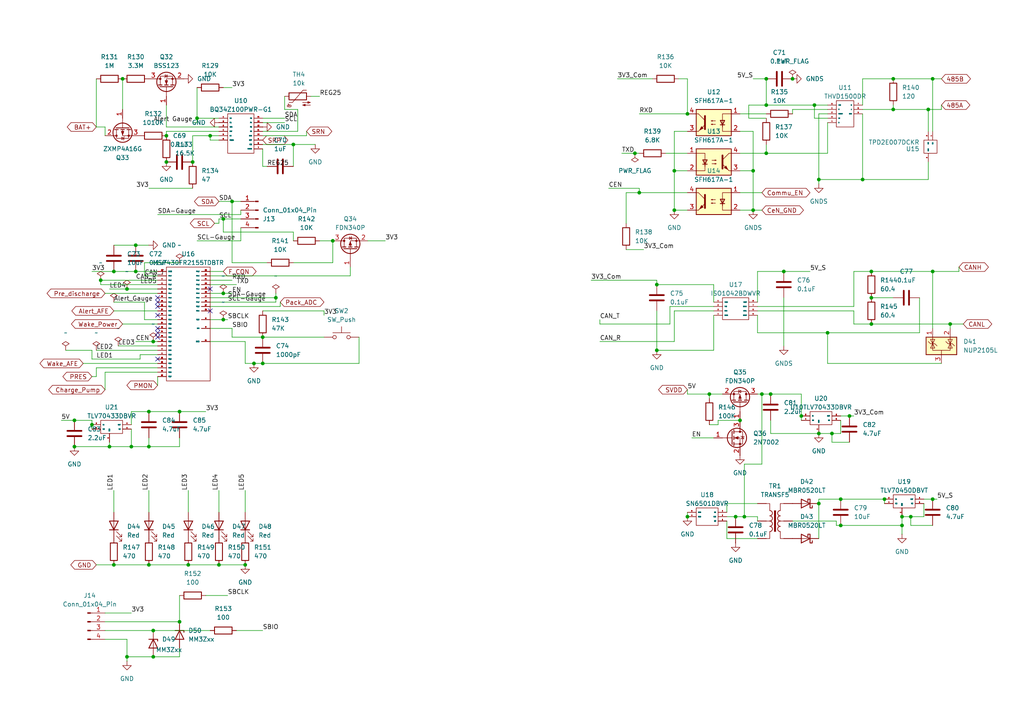
<source format=kicad_sch>
(kicad_sch (version 20250114) (generator "eeschema") (generator_version "9.0")
  (paper "A4")
  (lib_symbols
    (symbol "BQ7694003:BQ34Z100PWR-G1"
      (property "Reference" "U" (at 0 0 0))
      (symbol "BQ34Z100PWR-G1_1_1"
        (pin bidirectional line (at -6.35 2.54 0) (length 2.54) (name "P2") (number "1"))
        (pin bidirectional line (at -6.35 1.27 0) (length 2.54) (name "P1") (number "3"))
        (pin bidirectional line (at -6.35 0 0) (length 2.54) (name "VEN") (number "2"))
        (pin bidirectional line (at -6.35 -1.27 0) (length 2.54) (name "BAT") (number "4"))
        (pin bidirectional line (at -6.35 -2.54 0) (length 2.54) (name "CE") (number "5"))
        (pin bidirectional line (at -6.35 -3.81 0) (length 2.54) (name "REGIN") (number "6"))
        (pin bidirectional line (at 6.35 2.54 180) (length 2.54) (name "P3") (number "14"))
        (pin bidirectional line (at 6.35 1.27 180) (length 2.54) (name "P4") (number "13"))
        (pin bidirectional line (at 6.35 0 180) (length 2.54) (name "P5") (number "12"))
        (pin bidirectional line (at 6.35 -1.27 180) (length 2.54) (name "P6") (number "11"))
        (pin bidirectional line (at 6.35 -2.54 180) (length 2.54) (name "SRN") (number "10"))
        (pin bidirectional line (at 6.35 -3.81 180) (length 2.54) (name "SRP") (number "9"))
        (pin input line (at 6.35 -5.08 180) (length 2.54) (name "VSS") (number "8"))
        (pin bidirectional line (at 6.35 -6.35 180) (length 2.54) (name "REG25") (number "7"))
      )
    )
    (symbol "BQ7694003:ISO1042BDWVR"
      (property "Reference" "U" (at 0 0 0))
      (symbol "ISO1042BDWVR_1_1"
        (pin input line (at -6.35 1.27 0) (length 2.54) (name "VCC1") (number "1"))
        (pin bidirectional line (at -6.35 0 0) (length 2.54) (name "TXD") (number "2"))
        (pin bidirectional line (at -6.35 -1.27 0) (length 2.54) (name "RXD") (number "3"))
        (pin input line (at -6.35 -2.54 0) (length 2.54) (name "GND1") (number "4"))
        (pin input line (at 6.35 1.27 180) (length 2.54) (name "VCC2") (number "8"))
        (pin bidirectional line (at 6.35 0 180) (length 2.54) (name "CANH") (number "7"))
        (pin bidirectional line (at 6.35 -1.27 180) (length 2.54) (name "CANL") (number "6"))
        (pin input line (at 6.35 -2.54 180) (length 2.54) (name "GND2") (number "5"))
      )
    )
    (symbol "BQ7694003:MSP430FR2155TDBTR"
      (property "Reference" "U" (at -11.938 -17.78 0))
      (symbol "MSP430FR2155TDBTR_1_1"
        (pin input line (at -8.89 17.78 0) (length 2.54) (name "DVCC") (number "10"))
        (pin bidirectional line (at -8.89 16.51 0) (length 2.54) (name "P1.0") (number "7"))
        (pin bidirectional line (at -8.89 15.24 0) (length 2.54) (name "P1.1") (number "6"))
        (pin bidirectional line (at -8.89 13.97 0) (length 2.54) (name "P1.2") (number "5"))
        (pin bidirectional line (at -8.89 12.7 0) (length 2.54) (name "P1.3") (number "4"))
        (pin bidirectional line (at -8.89 11.43 0) (length 2.54) (name "P1.4") (number "31"))
        (pin bidirectional line (at -8.89 10.16 0) (length 2.54) (name "P1.5") (number "30"))
        (pin bidirectional line (at -8.89 8.89 0) (length 2.54) (name "P1.6") (number "29"))
        (pin bidirectional line (at -8.89 7.62 0) (length 2.54) (name "P1.7") (number "28"))
        (pin bidirectional line (at -8.89 6.35 0) (length 2.54) (name "P2.0") (number "27"))
        (pin bidirectional line (at -8.89 5.08 0) (length 2.54) (name "P2.1") (number "26"))
        (pin bidirectional line (at -8.89 3.81 0) (length 2.54) (name "P2.2") (number "25"))
        (pin bidirectional line (at -8.89 2.54 0) (length 2.54) (name "P2.3") (number "24"))
        (pin bidirectional line (at -8.89 1.27 0) (length 2.54) (name "P2.4") (number "15"))
        (pin bidirectional line (at -8.89 0 0) (length 2.54) (name "P2.5") (number "14"))
        (pin bidirectional line (at -8.89 -1.27 0) (length 2.54) (name "P2.6") (number "13"))
        (pin bidirectional line (at -8.89 -2.54 0) (length 2.54) (name "P2.7") (number "12"))
        (pin input line (at -8.89 -3.81 0) (length 2.54) (name "P3.0") (number "3"))
        (pin input line (at -8.89 -5.08 0) (length 2.54) (name "P3.1") (number "2"))
        (pin input line (at -8.89 -6.35 0) (length 2.54) (name "P3.2") (number "1"))
        (pin bidirectional line (at -8.89 -7.62 0) (length 2.54) (name "P3.3") (number "38"))
        (pin bidirectional line (at -8.89 -8.89 0) (length 2.54) (name "P3.4") (number "35"))
        (pin bidirectional line (at -8.89 -10.16 0) (length 2.54) (name "P3.5") (number "34"))
        (pin bidirectional line (at -8.89 -11.43 0) (length 2.54) (name "P3.6") (number "33"))
        (pin bidirectional line (at -8.89 -12.7 0) (length 2.54) (name "P3.7") (number "32"))
        (pin bidirectional line (at 6.35 17.78 180) (length 2.54) (name "P4.0") (number "23"))
        (pin bidirectional line (at 6.35 16.51 180) (length 2.54) (name "P4.1") (number "22"))
        (pin bidirectional line (at 6.35 15.24 180) (length 2.54) (name "P4.2") (number "21"))
        (pin bidirectional line (at 6.35 13.97 180) (length 2.54) (name "P4.3") (number "20"))
        (pin bidirectional line (at 6.35 12.7 180) (length 2.54) (name "P4.4") (number "19"))
        (pin bidirectional line (at 6.35 11.43 180) (length 2.54) (name "P4.5") (number "18"))
        (pin bidirectional line (at 6.35 10.16 180) (length 2.54) (name "P4.6") (number "17"))
        (pin bidirectional line (at 6.35 8.89 180) (length 2.54) (name "P4.7") (number "16"))
        (pin bidirectional line (at 6.35 7.62 180) (length 2.54) (name "P5.0") (number "37"))
        (pin bidirectional line (at 6.35 6.35 180) (length 2.54) (name "P5.1") (number "36"))
        (pin bidirectional line (at 6.35 3.81 180) (length 2.54) (name "TEST") (number "8"))
        (pin bidirectional line (at 6.35 1.27 180) (length 2.54) (name "NMI") (number "9"))
        (pin input line (at 6.35 -2.54 180) (length 2.54) (name "DVSS") (number "11"))
      )
    )
    (symbol "BQ7694003:SN6501DBVR"
      (property "Reference" "U" (at -3.048 -3.556 0))
      (symbol "SN6501DBVR_1_1"
        (pin input line (at -6.35 1.27 0) (length 2.54) (name "GND") (number "5"))
        (pin input line (at -6.35 0 0) (length 2.54) (name "GND") (number "4"))
        (pin bidirectional line (at 5.08 1.27 180) (length 2.54) (name "D1") (number "1"))
        (pin input line (at 5.08 0 180) (length 2.54) (name "VCC") (number "2"))
        (pin bidirectional line (at 5.08 -1.27 180) (length 2.54) (name "D2") (number "3"))
      )
    )
    (symbol "BQ7694003:THVD1500DR"
      (property "Reference" "U" (at 4.064 3.048 0))
      (symbol "THVD1500DR_1_1"
        (pin input line (at -5.08 1.27 0) (length 2.54) (name "VCC") (number "8"))
        (pin bidirectional line (at -5.08 0 0) (length 2.54) (name "R") (number "1"))
        (pin bidirectional line (at -5.08 -1.27 0) (length 2.54) (name "REBAR") (number "2"))
        (pin bidirectional line (at -5.08 -2.54 0) (length 2.54) (name "DE") (number "3"))
        (pin bidirectional line (at -5.08 -3.81 0) (length 2.54) (name "D") (number "4"))
        (pin bidirectional line (at 5.08 1.27 180) (length 2.54) (name "B") (number "7"))
        (pin bidirectional line (at 5.08 0 180) (length 2.54) (name "A") (number "6"))
        (pin input line (at 5.08 -1.27 180) (length 2.54) (name "GND") (number "5"))
      )
    )
    (symbol "BQ7694003:TLV70433DBVR"
      (property "Reference" "U" (at 0 0 0))
      (symbol "TLV70433DBVR_1_1"
        (pin input line (at -6.35 1.27 0) (length 2.54) (name "IN") (number "2"))
        (pin input line (at -6.35 0 0) (length 2.54) (name "NC") (number "4"))
        (pin input line (at -1.27 -3.81 90) (length 2.54) (name "GND") (number "1"))
        (pin output line (at 5.08 1.27 180) (length 2.54) (name "OUT") (number "3"))
        (pin bidirectional line (at 5.08 0 180) (length 2.54) (name "NC") (number "5"))
      )
    )
    (symbol "BQ7694003:TPD2E007DCKR"
      (property "Reference" "U" (at 2.54 -2.286 0))
      (symbol "TPD2E007DCKR_1_1"
        (pin bidirectional line (at -3.81 1.27 0) (length 2.54) (name "IO1") (number "1"))
        (pin bidirectional line (at -3.81 0 0) (length 2.54) (name "IO2") (number "2"))
        (pin input line (at 5.08 0 180) (length 2.54) (name "GND") (number "3"))
      )
    )
    (symbol "Connector:Conn_01x04_Pin" (pin_names (offset 1.016) (hide yes))
      (property "Reference" "J" (at 0 5.08 0))
      (property "Value" "Conn_01x04_Pin" (at 0 -7.62 0))
      (symbol "Conn_01x04_Pin_1_1"
        (pin passive line (at 5.08 2.54 180) (length 3.81) (name "Pin_1") (number "1"))
        (pin passive line (at 5.08 0 180) (length 3.81) (name "Pin_2") (number "2"))
        (pin passive line (at 5.08 -2.54 180) (length 3.81) (name "Pin_3") (number "3"))
        (pin passive line (at 5.08 -5.08 180) (length 3.81) (name "Pin_4") (number "4"))
      )
    )
    (symbol "Device:C" (pin_numbers (hide yes)) (pin_names (offset 0.254))
      (property "Reference" "C" (at 0.635 2.54 0))
      (property "Value" "C" (at 0.635 -2.54 0))
      (symbol "C_1_1"
        (pin passive line (at 0 3.81 270) (length 2.794) (name "~") (number "1"))
        (pin passive line (at 0 -3.81 90) (length 2.794) (name "~") (number "2"))
      )
    )
    (symbol "Device:LED" (pin_numbers (hide yes)) (pin_names (offset 1.016) (hide yes))
      (property "Reference" "D" (at 0 2.54 0))
      (property "Value" "LED" (at 0 -2.54 0))
      (symbol "LED_1_1"
        (pin passive line (at -3.81 0 0) (length 2.54) (name "K") (number "1"))
        (pin passive line (at 3.81 0 180) (length 2.54) (name "A") (number "2"))
      )
    )
    (symbol "Device:R" (pin_numbers (hide yes)) (pin_names (offset 0))
      (property "Reference" "R" (at 2.032 0 90))
      (property "Value" "R" (at 0 0 90))
      (symbol "R_1_1"
        (pin passive line (at 0 3.81 270) (length 1.27) (name "~") (number "1"))
        (pin passive line (at 0 -3.81 90) (length 1.27) (name "~") (number "2"))
      )
    )
    (symbol "Device:Thermistor_NTC" (pin_numbers (hide yes)) (pin_names (offset 0))
      (property "Reference" "TH" (at -4.445 0 90))
      (property "Value" "Thermistor_NTC" (at 3.175 0 90))
      (symbol "Thermistor_NTC_1_1"
        (pin passive line (at 0 3.81 270) (length 1.27) (name "~") (number "1"))
        (pin passive line (at 0 -3.81 90) (length 1.27) (name "~") (number "2"))
      )
    )
    (symbol "Diode:MBR0520LT" (pin_numbers (hide yes)) (pin_names (offset 1.016) (hide yes))
      (property "Reference" "D" (at 0 2.54 0))
      (property "Value" "MBR0520LT" (at 0 -2.54 0))
      (symbol "MBR0520LT_1_1"
        (pin passive line (at -3.81 0 0) (length 2.54) (name "K") (number "1"))
        (pin passive line (at 3.81 0 180) (length 2.54) (name "A") (number "2"))
      )
    )
    (symbol "Diode:MM3Zxx" (pin_numbers (hide yes)) (pin_names (hide yes))
      (property "Reference" "D" (at 0 2.54 0))
      (property "Value" "MM3Zxx" (at 0 -2.54 0))
      (symbol "MM3Zxx_1_1"
        (pin passive line (at -3.81 0 0) (length 2.54) (name "K") (number "1"))
        (pin passive line (at 3.81 0 180) (length 2.54) (name "A") (number "2"))
      )
    )
    (symbol "Isolator:SFH617A-1" (pin_names (offset 1.016))
      (property "Reference" "U" (at -5.08 5.08 0))
      (property "Value" "SFH617A-1" (at 0 5.08 0))
      (symbol "SFH617A-1_1_1"
        (pin passive line (at -7.62 2.54 0) (length 2.54) (name "~") (number "1"))
        (pin passive line (at -7.62 -2.54 0) (length 2.54) (name "~") (number "2"))
        (pin passive line (at 7.62 2.54 180) (length 2.54) (name "~") (number "4"))
        (pin passive line (at 7.62 -2.54 180) (length 2.54) (name "~") (number "3"))
      )
    )
    (symbol "Power_Protection:NUP2105L" (pin_names (hide yes))
      (property "Reference" "D" (at 5.715 2.54 0))
      (property "Value" "NUP2105L" (at 5.715 0.635 0))
      (symbol "NUP2105L_0_0"
        (pin passive line (at 0 -5.08 90) (length 2.54) (name "A") (number "3"))
      )
      (symbol "NUP2105L_1_1"
        (pin passive line (at -2.54 5.08 270) (length 2.54) (name "K") (number "1"))
        (pin passive line (at 2.54 5.08 270) (length 2.54) (name "K") (number "2"))
      )
    )
    (symbol "Switch:SW_Push" (pin_numbers (hide yes)) (pin_names (offset 1.016) (hide yes))
      (property "Reference" "SW" (at 1.27 2.54 0))
      (property "Value" "SW_Push" (at 0 -1.524 0))
      (symbol "SW_Push_0_1"
        (pin passive line (at -5.08 0 0) (length 2.54) (name "1") (number "1"))
        (pin passive line (at 5.08 0 180) (length 2.54) (name "2") (number "2"))
      )
    )
    (symbol "Transformer:TRANSF5" (pin_numbers (hide yes)) (pin_names (offset 0))
      (property "Reference" "TR" (at 0 6.35 0))
      (property "Value" "TRANSF5" (at 0 -6.35 0))
      (symbol "TRANSF5_1_1"
        (pin passive line (at -5.08 5.08 0) (length 2.54) (name "~") (number "1"))
        (pin passive line (at -5.08 0 0) (length 2.54) (name "~") (number "2"))
        (pin passive line (at -5.08 -5.08 0) (length 2.54) (name "~") (number "3"))
        (pin passive line (at 5.08 5.08 180) (length 2.54) (name "~") (number "6"))
        (pin passive line (at 5.08 0 180) (length 2.54) (name "~") (number "5"))
        (pin passive line (at 5.08 -5.08 180) (length 2.54) (name "~") (number "4"))
      )
    )
    (symbol "Transistor_FET:2N7002" (pin_names (hide yes))
      (property "Reference" "Q" (at 5.08 1.905 0))
      (property "Value" "2N7002" (at 5.08 0 0))
      (symbol "2N7002_1_1"
        (pin input line (at -5.08 0 0) (length 2.54) (name "G") (number "1"))
        (pin passive line (at 2.54 5.08 270) (length 2.54) (name "D") (number "3"))
        (pin passive line (at 2.54 -5.08 90) (length 2.54) (name "S") (number "2"))
      )
    )
    (symbol "Transistor_FET:BSS123" (pin_names (hide yes))
      (property "Reference" "Q" (at 5.08 1.905 0))
      (property "Value" "BSS123" (at 5.08 0 0))
      (symbol "BSS123_1_1"
        (pin input line (at -5.08 0 0) (length 2.54) (name "G") (number "1"))
        (pin passive line (at 2.54 5.08 270) (length 2.54) (name "D") (number "3"))
        (pin passive line (at 2.54 -5.08 90) (length 2.54) (name "S") (number "2"))
      )
    )
    (symbol "Transistor_FET:FDN340P" (pin_names (hide yes))
      (property "Reference" "Q" (at 5.08 1.905 0))
      (property "Value" "FDN340P" (at 5.08 0 0))
      (symbol "FDN340P_1_1"
        (pin input line (at -5.08 0 0) (length 2.54) (name "G") (number "1"))
        (pin passive line (at 2.54 5.08 270) (length 2.54) (name "D") (number "3"))
        (pin passive line (at 2.54 -5.08 90) (length 2.54) (name "S") (number "2"))
      )
    )
    (symbol "Transistor_FET:ZXMP4A16G" (pin_names (hide yes))
      (property "Reference" "Q" (at 5.08 1.905 0))
      (property "Value" "ZXMP4A16G" (at 5.08 0 0))
      (symbol "ZXMP4A16G_1_1"
        (pin input line (at -5.08 0 0) (length 2.54) (name "G") (number "1"))
        (pin passive line (at 2.54 5.08 270) (length 2.54) (name "D") (number "2"))
        (pin passive line (at 2.54 -5.08 90) (length 2.54) (name "S") (number "3"))
      )
    )
    (symbol "power:GND" (power) (pin_numbers (hide yes)) (pin_names (offset 0) (hide yes))
      (property "Value" "GND" (at 0 -3.81 0))
      (symbol "GND_1_1"
        (pin power_in line (at 0 0 270) (length 0) (name "~") (number "1"))
      )
    )
    (symbol "power:GNDS" (power) (pin_numbers (hide yes)) (pin_names (offset 0) (hide yes))
      (property "Value" "GNDS" (at 0 -3.81 0))
      (symbol "GNDS_1_1"
        (pin power_in line (at 0 0 270) (length 0) (name "~") (number "1"))
      )
    )
    (symbol "power:PWR_FLAG" (power) (pin_numbers (hide yes)) (pin_names (offset 0) (hide yes))
      (property "Value" "PWR_FLAG" (at 0 3.81 0))
      (symbol "PWR_FLAG_0_0"
        (pin power_out line (at 0 0 90) (length 0) (name "~") (number "1"))
      )
    )
  )
  (junction (at 71.12 163.83))
  (junction (at 43.18 119.38))
  (junction (at 38.1 129.54))
  (junction (at 52.07 119.38))
  (junction (at 227.33 78.74))
  (junction (at 73.66 105.41))
  (junction (at 21.59 121.92))
  (junction (at 76.2 97.79))
  (junction (at 39.37 78.74))
  (junction (at 39.37 71.12))
  (junction (at 269.24 31.75))
  (junction (at 240.03 96.52))
  (junction (at 67.31 58.42))
  (junction (at 259.08 31.75))
  (junction (at 237.49 52.07))
  (junction (at 76.2 105.41))
  (junction (at 44.45 182.88))
  (junction (at 214.63 121.92))
  (junction (at 96.52 69.85))
  (junction (at 252.73 86.36))
  (junction (at 222.25 44.45))
  (junction (at 44.45 99.06))
  (junction (at 57.15 34.29))
  (junction (at 232.41 120.65))
  (junction (at 222.25 22.86))
  (junction (at 195.58 60.96))
  (junction (at 215.9 149.86))
  (junction (at 64.77 85.09))
  (junction (at 264.16 149.86))
  (junction (at 213.36 149.86))
  (junction (at 44.45 190.5))
  (junction (at 36.83 83.82))
  (junction (at 229.87 22.86))
  (junction (at 237.49 146.05))
  (junction (at 261.62 149.86))
  (junction (at 270.51 144.78))
  (junction (at 252.73 78.74))
  (junction (at 29.21 81.28))
  (junction (at 218.44 60.96))
  (junction (at 220.98 114.3))
  (junction (at 21.59 129.54))
  (junction (at 60.96 39.37))
  (junction (at 261.62 152.4))
  (junction (at 33.02 163.83))
  (junction (at 80.01 86.36))
  (junction (at 195.58 49.53))
  (junction (at 223.52 114.3))
  (junction (at 54.61 163.83))
  (junction (at 250.19 52.07))
  (junction (at 55.88 46.99))
  (junction (at 259.08 22.86))
  (junction (at 270.51 22.86))
  (junction (at 190.5 82.55))
  (junction (at 237.49 125.73))
  (junction (at 252.73 93.98))
  (junction (at 243.84 144.78))
  (junction (at 199.39 149.86))
  (junction (at 184.15 44.45))
  (junction (at 48.26 39.37))
  (junction (at 64.77 63.5))
  (junction (at 43.18 163.83))
  (junction (at 275.59 93.98))
  (junction (at 205.74 114.3))
  (junction (at 246.38 120.65))
  (junction (at 243.84 152.4))
  (junction (at 63.5 163.83))
  (junction (at 185.42 55.88))
  (junction (at 218.44 49.53))
  (junction (at 36.83 190.5))
  (junction (at 222.25 30.48))
  (junction (at 190.5 101.6))
  (junction (at 199.39 33.02))
  (junction (at 64.77 92.71))
  (junction (at 270.51 78.74))
  (junction (at 35.56 22.86))
  (junction (at 31.75 129.54))
  (junction (at 236.22 30.48))
  (junction (at 85.09 41.91))
  (junction (at 48.26 46.99))
  (junction (at 33.02 78.74))
  (junction (at 241.3 125.73))
  (junction (at 43.18 129.54))
  (junction (at 52.07 180.34))
  (junction (at 256.54 144.78))
  (junction (at 26.67 123.19))
  (no_connect (at 45.72 87.63))
  (no_connect (at 60.96 83.82))
  (no_connect (at 45.72 104.14))
  (no_connect (at 45.72 86.36))
  (no_connect (at 45.72 91.44))
  (no_connect (at 45.72 97.79))
  (no_connect (at 45.72 88.9))
  (no_connect (at 45.72 95.25))
  (no_connect (at 45.72 96.52))
  (no_connect (at 60.96 90.17))
  (wire (pts (xy 63.5 38.1) (xy 48.26 38.1)))
  (wire (pts (xy 27.94 106.68) (xy 27.94 109.22)))
  (wire (pts (xy 219.71 96.52) (xy 240.03 96.52)))
  (wire (pts (xy 44.45 99.06) (xy 45.72 99.06)))
  (wire (pts (xy 195.58 60.96) (xy 199.39 60.96)))
  (wire (pts (xy 30.48 107.95) (xy 30.48 113.03)))
  (wire (pts (xy 179.07 22.86) (xy 189.23 22.86)))
  (wire (pts (xy 55.88 39.37) (xy 55.88 46.99)))
  (wire (pts (xy 31.75 83.82) (xy 36.83 83.82)))
  (wire (pts (xy 60.96 99.06) (xy 71.12 99.06)))
  (wire (pts (xy 63.5 58.42) (xy 67.31 58.42)))
  (wire (pts (xy 199.39 114.3) (xy 205.74 114.3)))
  (wire (pts (xy 199.39 148.59) (xy 199.39 149.86)))
  (wire (pts (xy 220.98 114.3) (xy 220.98 134.62)))
  (wire (pts (xy 43.18 129.54) (xy 38.1 129.54)))
  (wire (pts (xy 214.63 121.92) (xy 208.28 121.92)))
  (wire (pts (xy 242.57 151.13) (xy 242.57 152.4)))
  (wire (pts (xy 76.2 39.37) (xy 88.9 39.37)))
  (wire (pts (xy 275.59 93.98) (xy 279.4 93.98)))
  (wire (pts (xy 36.83 185.42) (xy 36.83 190.5)))
  (wire (pts (xy 52.07 180.34) (xy 52.07 172.72)))
  (wire (pts (xy 104.14 105.41) (xy 76.2 105.41)))
  (wire (pts (xy 223.52 121.92) (xy 223.52 125.73)))
  (wire (pts (xy 223.52 125.73) (xy 237.49 125.73)))
  (wire (pts (xy 247.65 90.17) (xy 247.65 93.98)))
  (wire (pts (xy 270.51 95.25) (xy 270.51 78.74)))
  (wire (pts (xy 90.17 27.94) (xy 92.71 27.94)))
  (wire (pts (xy 250.19 33.02) (xy 250.19 52.07)))
  (wire (pts (xy 218.44 60.96) (xy 214.63 60.96)))
  (wire (pts (xy 246.38 128.27) (xy 241.3 128.27)))
  (wire (pts (xy 219.71 87.63) (xy 219.71 78.74)))
  (wire (pts (xy 205.74 115.57) (xy 205.74 114.3)))
  (wire (pts (xy 60.96 39.37) (xy 55.88 39.37)))
  (wire (pts (xy 214.63 44.45) (xy 222.25 44.45)))
  (wire (pts (xy 270.51 152.4) (xy 264.16 152.4)))
  (wire (pts (xy 250.19 30.48) (xy 250.19 22.86)))
  (wire (pts (xy 269.24 31.75) (xy 273.05 31.75)))
  (wire (pts (xy 39.37 71.12) (xy 43.18 71.12)))
  (wire (pts (xy 240.03 105.41) (xy 273.05 105.41)))
  (wire (pts (xy 82.55 31.75) (xy 86.36 31.75)))
  (wire (pts (xy 199.39 49.53) (xy 195.58 49.53)))
  (wire (pts (xy 40.64 102.87) (xy 45.72 102.87)))
  (wire (pts (xy 60.96 85.09) (xy 64.77 85.09)))
  (wire (pts (xy 29.21 82.55) (xy 45.72 82.55)))
  (wire (pts (xy 243.84 144.78) (xy 256.54 144.78)))
  (wire (pts (xy 68.58 182.88) (xy 76.2 182.88)))
  (wire (pts (xy 21.59 121.92) (xy 26.67 121.92)))
  (wire (pts (xy 35.56 93.98) (xy 45.72 93.98)))
  (wire (pts (xy 60.96 87.63) (xy 80.01 87.63)))
  (wire (pts (xy 30.48 39.37) (xy 30.48 36.83)))
  (wire (pts (xy 215.9 149.86) (xy 215.9 134.62)))
  (wire (pts (xy 275.59 93.98) (xy 275.59 95.25)))
  (wire (pts (xy 240.03 96.52) (xy 266.7 96.52)))
  (wire (pts (xy 64.77 67.31) (xy 85.09 67.31)))
  (wire (pts (xy 195.58 90.17) (xy 195.58 99.06)))
  (wire (pts (xy 24.13 105.41) (xy 45.72 105.41)))
  (wire (pts (xy 27.94 22.86) (xy 27.94 36.83)))
  (wire (pts (xy 33.02 71.12) (xy 39.37 71.12)))
  (wire (pts (xy 267.97 146.05) (xy 267.97 149.86)))
  (wire (pts (xy 30.48 182.88) (xy 44.45 182.88)))
  (wire (pts (xy 243.84 121.92) (xy 243.84 125.73)))
  (wire (pts (xy 227.33 86.36) (xy 227.33 100.33)))
  (wire (pts (xy 270.51 22.86) (xy 270.51 38.1)))
  (wire (pts (xy 31.75 129.54) (xy 21.59 129.54)))
  (wire (pts (xy 60.96 78.74) (xy 64.77 78.74)))
  (wire (pts (xy 266.7 86.36) (xy 266.7 96.52)))
  (wire (pts (xy 48.26 38.1) (xy 48.26 39.37)))
  (wire (pts (xy 71.12 99.06) (xy 71.12 105.41)))
  (wire (pts (xy 30.48 185.42) (xy 36.83 185.42)))
  (wire (pts (xy 60.96 81.28) (xy 67.31 81.28)))
  (wire (pts (xy 81.28 88.9) (xy 81.28 87.63)))
  (wire (pts (xy 243.84 120.65) (xy 246.38 120.65)))
  (wire (pts (xy 218.44 22.86) (xy 222.25 22.86)))
  (wire (pts (xy 214.63 55.88) (xy 220.98 55.88)))
  (wire (pts (xy 76.2 43.18) (xy 76.2 48.26)))
  (wire (pts (xy 259.08 31.75) (xy 269.24 31.75)))
  (wire (pts (xy 181.61 55.88) (xy 181.61 64.77)))
  (wire (pts (xy 52.07 127) (xy 52.07 129.54)))
  (wire (pts (xy 247.65 78.74) (xy 252.73 78.74)))
  (wire (pts (xy 229.87 151.13) (xy 242.57 151.13)))
  (wire (pts (xy 93.98 90.17) (xy 93.98 91.44)))
  (wire (pts (xy 185.42 55.88) (xy 181.61 55.88)))
  (wire (pts (xy 31.75 128.27) (xy 31.75 129.54)))
  (wire (pts (xy 43.18 119.38) (xy 52.07 119.38)))
  (wire (pts (xy 60.96 40.64) (xy 60.96 39.37)))
  (wire (pts (xy 269.24 46.99) (xy 269.24 52.07)))
  (wire (pts (xy 43.18 142.24) (xy 43.18 148.59)))
  (wire (pts (xy 180.34 44.45) (xy 184.15 44.45)))
  (wire (pts (xy 67.31 97.79) (xy 67.31 95.25)))
  (wire (pts (xy 76.2 48.26) (xy 77.47 48.26)))
  (wire (pts (xy 190.5 90.17) (xy 190.5 101.6)))
  (wire (pts (xy 246.38 120.65) (xy 247.65 120.65)))
  (wire (pts (xy 199.39 55.88) (xy 185.42 55.88)))
  (wire (pts (xy 264.16 152.4) (xy 264.16 149.86)))
  (wire (pts (xy 194.31 93.98) (xy 173.99 93.98)))
  (wire (pts (xy 240.03 33.02) (xy 237.49 33.02)))
  (wire (pts (xy 227.33 78.74) (xy 234.95 78.74)))
  (wire (pts (xy 236.22 34.29) (xy 240.03 34.29)))
  (wire (pts (xy 36.83 83.82) (xy 45.72 83.82)))
  (wire (pts (xy 29.21 81.28) (xy 45.72 81.28)))
  (wire (pts (xy 27.94 163.83) (xy 33.02 163.83)))
  (wire (pts (xy 269.24 52.07) (xy 250.19 52.07)))
  (wire (pts (xy 80.01 86.36) (xy 80.01 85.09)))
  (wire (pts (xy 104.14 97.79) (xy 104.14 105.41)))
  (wire (pts (xy 176.53 54.61) (xy 185.42 54.61)))
  (wire (pts (xy 240.03 96.52) (xy 240.03 105.41)))
  (wire (pts (xy 270.51 144.78) (xy 271.78 144.78)))
  (wire (pts (xy 27.94 101.6) (xy 45.72 101.6)))
  (wire (pts (xy 67.31 58.42) (xy 67.31 76.2)))
  (wire (pts (xy 33.02 142.24) (xy 33.02 148.59)))
  (wire (pts (xy 26.67 101.6) (xy 26.67 104.14)))
  (wire (pts (xy 173.99 99.06) (xy 195.58 99.06)))
  (wire (pts (xy 85.09 41.91) (xy 91.44 41.91)))
  (wire (pts (xy 232.41 120.65) (xy 232.41 121.92)))
  (wire (pts (xy 250.19 22.86) (xy 259.08 22.86)))
  (wire (pts (xy 45.72 106.68) (xy 27.94 106.68)))
  (wire (pts (xy 210.82 156.21) (xy 219.71 156.21)))
  (wire (pts (xy 41.91 80.01) (xy 41.91 76.2)))
  (wire (pts (xy 236.22 30.48) (xy 240.03 30.48)))
  (wire (pts (xy 219.71 78.74) (xy 227.33 78.74)))
  (wire (pts (xy 54.61 142.24) (xy 54.61 148.59)))
  (wire (pts (xy 218.44 60.96) (xy 220.98 60.96)))
  (wire (pts (xy 181.61 72.39) (xy 186.69 72.39)))
  (wire (pts (xy 220.98 114.3) (xy 223.52 114.3)))
  (wire (pts (xy 41.91 92.71) (xy 45.72 92.71)))
  (wire (pts (xy 269.24 31.75) (xy 269.24 38.1)))
  (wire (pts (xy 48.26 36.83) (xy 48.26 30.48)))
  (wire (pts (xy 210.82 151.13) (xy 210.82 156.21)))
  (wire (pts (xy 63.5 64.77) (xy 62.23 64.77)))
  (wire (pts (xy 63.5 40.64) (xy 60.96 40.64)))
  (wire (pts (xy 96.52 69.85) (xy 92.71 69.85)))
  (wire (pts (xy 240.03 31.75) (xy 229.87 31.75)))
  (wire (pts (xy 63.5 39.37) (xy 60.96 39.37)))
  (wire (pts (xy 76.2 41.91) (xy 85.09 41.91)))
  (wire (pts (xy 270.51 22.86) (xy 273.05 22.86)))
  (wire (pts (xy 40.64 104.14) (xy 40.64 102.87)))
  (wire (pts (xy 207.01 91.44) (xy 207.01 101.6)))
  (wire (pts (xy 267.97 149.86) (xy 264.16 149.86)))
  (wire (pts (xy 63.5 63.5) (xy 64.77 63.5)))
  (wire (pts (xy 259.08 31.75) (xy 259.08 30.48)))
  (wire (pts (xy 52.07 129.54) (xy 43.18 129.54)))
  (wire (pts (xy 267.97 144.78) (xy 270.51 144.78)))
  (wire (pts (xy 19.05 101.6) (xy 26.67 101.6)))
  (wire (pts (xy 88.9 39.37) (xy 88.9 38.1)))
  (wire (pts (xy 85.09 41.91) (xy 85.09 48.26)))
  (wire (pts (xy 33.02 87.63) (xy 41.91 87.63)))
  (wire (pts (xy 54.61 163.83) (xy 63.5 163.83)))
  (wire (pts (xy 199.39 33.02) (xy 199.39 22.86)))
  (wire (pts (xy 219.71 91.44) (xy 219.71 96.52)))
  (wire (pts (xy 76.2 34.29) (xy 82.55 34.29)))
  (wire (pts (xy 190.5 82.55) (xy 207.01 82.55)))
  (wire (pts (xy 36.83 190.5) (xy 36.83 191.77)))
  (wire (pts (xy 261.62 152.4) (xy 261.62 154.94)))
  (wire (pts (xy 243.84 125.73) (xy 241.3 125.73)))
  (wire (pts (xy 185.42 33.02) (xy 199.39 33.02)))
  (wire (pts (xy 63.5 163.83) (xy 71.12 163.83)))
  (wire (pts (xy 184.15 44.45) (xy 185.42 44.45)))
  (wire (pts (xy 52.07 190.5) (xy 52.07 187.96)))
  (wire (pts (xy 33.02 163.83) (xy 43.18 163.83)))
  (wire (pts (xy 30.48 85.09) (xy 45.72 85.09)))
  (wire (pts (xy 17.78 121.92) (xy 21.59 121.92)))
  (wire (pts (xy 30.48 180.34) (xy 52.07 180.34)))
  (wire (pts (xy 26.67 109.22) (xy 27.94 109.22)))
  (wire (pts (xy 222.25 22.86) (xy 222.25 30.48)))
  (wire (pts (xy 85.09 67.31) (xy 85.09 69.85)))
  (wire (pts (xy 214.63 38.1) (xy 218.44 38.1)))
  (wire (pts (xy 190.5 81.28) (xy 190.5 82.55)))
  (wire (pts (xy 64.77 85.09) (xy 67.31 85.09)))
  (wire (pts (xy 200.66 127) (xy 207.01 127)))
  (wire (pts (xy 39.37 78.74) (xy 45.72 78.74)))
  (wire (pts (xy 232.41 114.3) (xy 232.41 120.65)))
  (wire (pts (xy 60.96 86.36) (xy 80.01 86.36)))
  (wire (pts (xy 207.01 101.6) (xy 190.5 101.6)))
  (wire (pts (xy 215.9 149.86) (xy 219.71 149.86)))
  (wire (pts (xy 214.63 49.53) (xy 218.44 49.53)))
  (wire (pts (xy 76.2 35.56) (xy 82.55 35.56)))
  (wire (pts (xy 222.25 44.45) (xy 222.25 41.91)))
  (wire (pts (xy 247.65 93.98) (xy 252.73 93.98)))
  (wire (pts (xy 252.73 93.98) (xy 275.59 93.98)))
  (wire (pts (xy 195.58 49.53) (xy 195.58 38.1)))
  (wire (pts (xy 219.71 88.9) (xy 247.65 88.9)))
  (wire (pts (xy 67.31 58.42) (xy 69.85 58.42)))
  (wire (pts (xy 82.55 27.94) (xy 82.55 31.75)))
  (wire (pts (xy 243.84 152.4) (xy 261.62 152.4)))
  (wire (pts (xy 43.18 127) (xy 43.18 129.54)))
  (wire (pts (xy 242.57 152.4) (xy 243.84 152.4)))
  (wire (pts (xy 86.36 38.1) (xy 76.2 38.1)))
  (wire (pts (xy 41.91 80.01) (xy 45.72 80.01)))
  (wire (pts (xy 261.62 149.86) (xy 261.62 152.4)))
  (wire (pts (xy 43.18 163.83) (xy 54.61 163.83)))
  (wire (pts (xy 44.45 182.88) (xy 60.96 182.88)))
  (wire (pts (xy 237.49 52.07) (xy 237.49 53.34)))
  (wire (pts (xy 63.5 36.83) (xy 48.26 36.83)))
  (wire (pts (xy 207.01 88.9) (xy 194.31 88.9)))
  (wire (pts (xy 199.39 113.03) (xy 199.39 114.3)))
  (wire (pts (xy 256.54 144.78) (xy 256.54 146.05)))
  (wire (pts (xy 43.18 54.61) (xy 55.88 54.61)))
  (wire (pts (xy 223.52 114.3) (xy 232.41 114.3)))
  (wire (pts (xy 38.1 123.19) (xy 38.1 119.38)))
  (wire (pts (xy 252.73 78.74) (xy 270.51 78.74)))
  (wire (pts (xy 39.37 99.06) (xy 44.45 99.06)))
  (wire (pts (xy 26.67 104.14) (xy 40.64 104.14)))
  (wire (pts (xy 26.67 121.92) (xy 26.67 123.19)))
  (wire (pts (xy 195.58 49.53) (xy 195.58 60.96)))
  (wire (pts (xy 214.63 33.02) (xy 222.25 33.02)))
  (wire (pts (xy 101.6 80.01) (xy 101.6 77.47)))
  (wire (pts (xy 30.48 36.83) (xy 27.94 36.83)))
  (wire (pts (xy 45.72 107.95) (xy 30.48 107.95)))
  (wire (pts (xy 71.12 105.41) (xy 73.66 105.41)))
  (wire (pts (xy 57.15 34.29) (xy 57.15 35.56)))
  (wire (pts (xy 252.73 86.36) (xy 259.08 86.36)))
  (wire (pts (xy 38.1 124.46) (xy 38.1 129.54)))
  (wire (pts (xy 64.77 25.4) (xy 67.31 25.4)))
  (wire (pts (xy 240.03 44.45) (xy 222.25 44.45)))
  (wire (pts (xy 26.67 78.74) (xy 33.02 78.74)))
  (wire (pts (xy 35.56 22.86) (xy 35.56 31.75)))
  (wire (pts (xy 217.17 30.48) (xy 222.25 30.48)))
  (wire (pts (xy 199.39 22.86) (xy 196.85 22.86)))
  (wire (pts (xy 208.28 121.92) (xy 208.28 123.19)))
  (wire (pts (xy 69.85 62.23) (xy 69.85 60.96)))
  (wire (pts (xy 60.96 82.55) (xy 68.58 82.55)))
  (wire (pts (xy 63.5 142.24) (xy 63.5 148.59)))
  (wire (pts (xy 73.66 105.41) (xy 76.2 105.41)))
  (wire (pts (xy 194.31 88.9) (xy 194.31 93.98)))
  (wire (pts (xy 57.15 34.29) (xy 57.15 25.4)))
  (wire (pts (xy 60.96 80.01) (xy 101.6 80.01)))
  (wire (pts (xy 38.1 119.38) (xy 43.18 119.38)))
  (wire (pts (xy 85.09 76.2) (xy 96.52 76.2)))
  (wire (pts (xy 45.72 62.23) (xy 69.85 62.23)))
  (wire (pts (xy 250.19 52.07) (xy 237.49 52.07)))
  (wire (pts (xy 64.77 63.5) (xy 64.77 67.31)))
  (wire (pts (xy 30.48 177.8) (xy 38.1 177.8)))
  (wire (pts (xy 33.02 78.74) (xy 39.37 78.74)))
  (wire (pts (xy 205.74 123.19) (xy 208.28 123.19)))
  (wire (pts (xy 45.72 109.22) (xy 45.72 111.76)))
  (wire (pts (xy 33.02 90.17) (xy 45.72 90.17)))
  (wire (pts (xy 76.2 97.79) (xy 93.98 97.79)))
  (wire (pts (xy 278.13 78.74) (xy 278.13 77.47)))
  (wire (pts (xy 44.45 190.5) (xy 52.07 190.5)))
  (wire (pts (xy 38.1 129.54) (xy 31.75 129.54)))
  (wire (pts (xy 236.22 30.48) (xy 236.22 34.29)))
  (wire (pts (xy 207.01 90.17) (xy 195.58 90.17)))
  (wire (pts (xy 210.82 146.05) (xy 219.71 146.05)))
  (wire (pts (xy 219.71 149.86) (xy 219.71 151.13)))
  (wire (pts (xy 229.87 31.75) (xy 229.87 33.02)))
  (wire (pts (xy 237.49 146.05) (xy 237.49 156.21)))
  (wire (pts (xy 76.2 90.17) (xy 93.98 90.17)))
  (wire (pts (xy 185.42 54.61) (xy 185.42 55.88)))
  (wire (pts (xy 60.96 88.9) (xy 81.28 88.9)))
  (wire (pts (xy 36.83 190.5) (xy 44.45 190.5)))
  (wire (pts (xy 210.82 148.59) (xy 210.82 146.05)))
  (wire (pts (xy 222.25 34.29) (xy 217.17 34.29)))
  (wire (pts (xy 63.5 34.29) (xy 57.15 34.29)))
  (wire (pts (xy 240.03 35.56) (xy 240.03 44.45)))
  (wire (pts (xy 173.99 93.98) (xy 173.99 92.71)))
  (wire (pts (xy 86.36 31.75) (xy 86.36 38.1)))
  (wire (pts (xy 210.82 149.86) (xy 213.36 149.86)))
  (wire (pts (xy 59.69 172.72) (xy 66.04 172.72)))
  (wire (pts (xy 247.65 88.9) (xy 247.65 78.74)))
  (wire (pts (xy 171.45 81.28) (xy 190.5 81.28)))
  (wire (pts (xy 215.9 134.62) (xy 220.98 134.62)))
  (wire (pts (xy 273.05 31.75) (xy 273.05 30.48)))
  (wire (pts (xy 76.2 97.79) (xy 67.31 97.79)))
  (wire (pts (xy 52.07 119.38) (xy 59.69 119.38)))
  (wire (pts (xy 80.01 87.63) (xy 80.01 86.36)))
  (wire (pts (xy 57.15 35.56) (xy 55.88 35.56)))
  (wire (pts (xy 213.36 149.86) (xy 215.9 149.86)))
  (wire (pts (xy 205.74 114.3) (xy 209.55 114.3)))
  (wire (pts (xy 106.68 69.85) (xy 111.76 69.85)))
  (wire (pts (xy 64.77 63.5) (xy 69.85 63.5)))
  (wire (pts (xy 64.77 92.71) (xy 66.04 92.71)))
  (wire (pts (xy 26.67 123.19) (xy 26.67 124.46)))
  (wire (pts (xy 217.17 34.29) (xy 217.17 30.48)))
  (wire (pts (xy 219.71 114.3) (xy 220.98 114.3)))
  (wire (pts (xy 34.29 100.33) (xy 45.72 100.33)))
  (wire (pts (xy 41.91 87.63) (xy 41.91 92.71)))
  (wire (pts (xy 195.58 38.1) (xy 199.39 38.1)))
  (wire (pts (xy 237.49 144.78) (xy 237.49 146.05)))
  (wire (pts (xy 69.85 66.04) (xy 69.85 69.85)))
  (wire (pts (xy 243.84 144.78) (xy 237.49 144.78)))
  (wire (pts (xy 218.44 49.53) (xy 218.44 60.96)))
  (wire (pts (xy 222.25 30.48) (xy 236.22 30.48)))
  (wire (pts (xy 250.19 31.75) (xy 259.08 31.75)))
  (wire (pts (xy 219.71 90.17) (xy 247.65 90.17)))
  (wire (pts (xy 264.16 149.86) (xy 261.62 149.86)))
  (wire (pts (xy 193.04 44.45) (xy 199.39 44.45)))
  (wire (pts (xy 241.3 125.73) (xy 237.49 125.73)))
  (wire (pts (xy 71.12 142.24) (xy 71.12 148.59)))
  (wire (pts (xy 29.21 82.55) (xy 29.21 81.28)))
  (wire (pts (xy 41.91 76.2) (xy 52.07 76.2)))
  (wire (pts (xy 241.3 128.27) (xy 241.3 125.73)))
  (wire (pts (xy 60.96 95.25) (xy 67.31 95.25)))
  (wire (pts (xy 67.31 76.2) (xy 77.47 76.2)))
  (wire (pts (xy 69.85 69.85) (xy 57.15 69.85)))
  (wire (pts (xy 60.96 92.71) (xy 64.77 92.71)))
  (wire (pts (xy 270.51 78.74) (xy 278.13 78.74)))
  (wire (pts (xy 218.44 38.1) (xy 218.44 49.53)))
  (wire (pts (xy 96.52 76.2) (xy 96.52 69.85)))
  (wire (pts (xy 237.49 33.02) (xy 237.49 52.07)))
  (wire (pts (xy 207.01 82.55) (xy 207.01 87.63)))
  (wire (pts (xy 63.5 63.5) (xy 63.5 64.77)))
  (wire (pts (xy 259.08 22.86) (xy 270.51 22.86)))
  (label "CAN_R" (at 39.37 81.28 0))
  (label "RXD" (at 185.42 33.02 0))
  (label "LED1" (at 33.02 142.24 90))
  (label "EN" (at 67.31 85.09 0))
  (label "SDA" (at 82.55 34.29 0))
  (label "3V3_Com" (at 247.65 120.65 0))
  (label "3V3_Com" (at 179.07 22.86 0))
  (label "LED3" (at 54.61 142.24 90))
  (label "SCL-Gauge" (at 57.15 69.85 0))
  (label "3V3" (at 38.1 177.8 0))
  (label "CAN_R" (at 173.99 99.06 0))
  (label "RXD" (at 67.31 81.28 0))
  (label "Alert_Gauge" (at 33.02 87.63 0))
  (label "LED5" (at 71.12 142.24 90))
  (label "SDA-Gauge" (at 66.04 86.36 0))
  (label "LED2" (at 27.94 101.6 0))
  (label "5V_S" (at 234.95 78.74 0))
  (label "5V_S" (at 218.44 22.86 180))
  (label "LED4" (at 31.75 83.82 0))
  (label "LED3" (at 34.29 100.33 0))
  (label "5V_S" (at 271.78 144.78 0))
  (label "Alert Gauge" (at 55.88 35.56 180))
  (label "LED1" (at 27.94 104.14 0))
  (label "SBCLK" (at 66.04 172.72 0))
  (label "3V3" (at 26.67 78.74 0))
  (label "SBCLK" (at 66.04 92.71 0))
  (label "LED5" (at 40.64 82.55 0))
  (label "SCL" (at 63.5 63.5 0))
  (label "3V3" (at 59.69 119.38 0))
  (label "REG25" (at 92.71 27.94 0))
  (label "SCL" (at 82.55 35.56 0))
  (label "3V3_Com" (at 186.69 72.39 0))
  (label "3V3" (at 67.31 25.4 0))
  (label "EN" (at 200.66 127 0))
  (label "3V3_Com" (at 171.45 81.28 0))
  (label "LED2" (at 43.18 142.24 90))
  (label "SBIO" (at 76.2 182.88 0))
  (label "CAN_T" (at 41.91 80.01 0))
  (label "SDA" (at 63.5 58.42 0))
  (label "SBIO" (at 67.31 95.25 0))
  (label "5V" (at 199.39 113.03 0))
  (label "CEN" (at 176.53 54.61 0))
  (label "REG25" (at 77.47 48.26 0))
  (label "TXD" (at 180.34 44.45 0))
  (label "SCL-Gauge" (at 66.04 87.63 0))
  (label "3V3" (at 93.98 91.44 0))
  (label "CAN_T" (at 173.99 92.71 0))
  (label "TXD" (at 68.58 82.55 0))
  (label "LED4" (at 63.5 142.24 90))
  (label "5V" (at 17.78 121.92 0))
  (label "CEN" (at 39.37 99.06 0))
  (label "3V3" (at 43.18 54.61 180))
  (label "SDA-Gauge" (at 45.72 62.23 0))
  (label "3V3" (at 111.76 69.85 0))
  (global_label "SVDD" (shape bidirectional) (at 199.39 113.03 180) (property "Intersheetrefs" "${INTERSHEET_REFS}" (effects (hide yes))))
  (global_label "SDA" (shape bidirectional) (at 63.5 58.42 180) (property "Intersheetrefs" "${INTERSHEET_REFS}" (effects (hide yes))))
  (global_label "Alert_AFE" (shape bidirectional) (at 33.02 90.17 180) (property "Intersheetrefs" "${INTERSHEET_REFS}" (effects (hide yes))))
  (global_label "SRN" (shape bidirectional) (at 88.9 38.1 0) (property "Intersheetrefs" "${INTERSHEET_REFS}" (effects (hide yes))))
  (global_label "CeN_GND" (shape bidirectional) (at 220.98 60.96 0) (property "Intersheetrefs" "${INTERSHEET_REFS}" (effects (hide yes))))
  (global_label "Charge_Pump" (shape bidirectional) (at 30.48 113.03 180) (property "Intersheetrefs" "${INTERSHEET_REFS}" (effects (hide yes))))
  (global_label "SRP" (shape bidirectional) (at 76.2 40.64 0) (property "Intersheetrefs" "${INTERSHEET_REFS}" (effects (hide yes))))
  (global_label "Commu_EN" (shape bidirectional) (at 220.98 55.88 0) (property "Intersheetrefs" "${INTERSHEET_REFS}" (effects (hide yes))))
  (global_label "GND" (shape bidirectional) (at 27.94 163.83 180) (property "Intersheetrefs" "${INTERSHEET_REFS}" (effects (hide yes))))
  (global_label "PRES" (shape bidirectional) (at 26.67 109.22 180) (property "Intersheetrefs" "${INTERSHEET_REFS}" (effects (hide yes))))
  (global_label "BAT+" (shape bidirectional) (at 27.94 36.83 180) (property "Intersheetrefs" "${INTERSHEET_REFS}" (effects (hide yes))))
  (global_label "Wake_Power" (shape bidirectional) (at 35.56 93.98 180) (property "Intersheetrefs" "${INTERSHEET_REFS}" (effects (hide yes))))
  (global_label "Wake_AFE" (shape bidirectional) (at 24.13 105.41 180) (property "Intersheetrefs" "${INTERSHEET_REFS}" (effects (hide yes))))
  (global_label "CANH" (shape bidirectional) (at 278.13 77.47 0) (property "Intersheetrefs" "${INTERSHEET_REFS}" (effects (hide yes))))
  (global_label "485A" (shape bidirectional) (at 273.05 30.48 0) (property "Intersheetrefs" "${INTERSHEET_REFS}" (effects (hide yes))))
  (global_label "Pre_discharge" (shape bidirectional) (at 30.48 85.09 180) (property "Intersheetrefs" "${INTERSHEET_REFS}" (effects (hide yes))))
  (global_label "CANL" (shape bidirectional) (at 279.4 93.98 0) (property "Intersheetrefs" "${INTERSHEET_REFS}" (effects (hide yes))))
  (global_label "Pack_ADC" (shape bidirectional) (at 81.28 87.63 0) (property "Intersheetrefs" "${INTERSHEET_REFS}" (effects (hide yes))))
  (global_label "SCL" (shape bidirectional) (at 62.23 64.77 180) (property "Intersheetrefs" "${INTERSHEET_REFS}" (effects (hide yes))))
  (global_label "PMON" (shape bidirectional) (at 45.72 111.76 180) (property "Intersheetrefs" "${INTERSHEET_REFS}" (effects (hide yes))))
  (global_label "485B" (shape bidirectional) (at 273.05 22.86 0) (property "Intersheetrefs" "${INTERSHEET_REFS}" (effects (hide yes))))
  (global_label "F_CON" (shape bidirectional) (at 64.77 78.74 0) (property "Intersheetrefs" "${INTERSHEET_REFS}" (effects (hide yes))))
  (symbol (lib_id "Device:C") (at 81.28 48.26 90) (unit 1)
    (property "Reference" "C70" (at 81.28 40.64 90))
    (property "Value" "1uF" (at 81.28 43.18 90))
    (property "Footprint" "Library:Capacitor_0603_Fixed_Clean (2)" (effects (hide yes)))
    (property "Description" "Unpolarized capacitor" (effects (hide yes)))
  )
  (symbol (lib_id "BQ7694003:TLV70433DBVR") (at 33.02 124.46 0) (unit 1)
    (property "Reference" "U21" (at 32.385 118.11 0))
    (property "Value" "TLV70433DBVR" (at 32.385 120.65 0))
    (property "Footprint" "Package_TO_SOT_SMD:SOT-23-5" (effects (hide yes)))
  )
  (symbol (lib_id "Transistor_FET:FDN340P") (at 101.6 72.39 90) (unit 1)
    (property "Reference" "Q34" (at 101.6 63.5 90))
    (property "Value" "FDN340P" (at 101.6 66.04 90))
    (property "Footprint" "Package_TO_SOT_SMD:SOT-23" (effects (hide yes)))
    (property "Datasheet" "https://www.onsemi.com/pub/Collateral/FDN340P-D.PDF" (effects (hide yes)))
    (property "Description" "-2A Id, -20V Vds, P-Channel MOSFET, 70mOhm Ron, SOT-23" (effects (hide yes)))
  )
  (symbol (lib_id "Device:R") (at 189.23 44.45 90) (unit 1)
    (property "Reference" "R139" (at 189.23 38.1 90))
    (property "Value" "6.8K" (at 189.23 40.64 90))
    (property "Footprint" "Library:R_0603_1608Metric_Corrected" (effects (hide yes)))
    (property "Description" "Resistor" (effects (hide yes)))
  )
  (symbol (lib_id "Diode:MBR0520LT") (at 233.68 156.21 180) (unit 1)
    (property "Reference" "D43" (at 233.9975 149.86 0))
    (property "Value" "MBR0520LT" (at 233.9975 152.4 0))
    (property "Footprint" "Diode_SMD:D_SOD-123" (effects (hide yes)))
    (property "Datasheet" "http://www.onsemi.com/pub_link/Collateral/MBR0520LT1-D.PDF" (effects (hide yes)))
    (property "Description" "20V 0.5A Schottky Power Rectifier Diode, SOD-123" (effects (hide yes)))
  )
  (symbol (lib_id "BQ7694003:TPD2E007DCKR") (at 269.24 41.91 270) (unit 1)
    (property "Reference" "U15" (at 266.7 43.1801 90) (effects (justify right)))
    (property "Value" "TPD2E007DCKR" (at 266.7 41.275 90) (effects (justify right)))
    (property "Footprint" "Library:Custom_3Pin_NoShorts" (effects (hide yes)))
  )
  (symbol (lib_id "power:PWR_FLAG") (at 33.02 87.63 0) (unit 1)
    (property "Reference" "#FLG045" (effects (hide yes)))
    (property "Value" "~" (at 33.02 82.55 0))
    (property "Description" "Special symbol for telling ERC where power comes from" (effects (hide yes)))
  )
  (symbol (lib_id "Power_Protection:NUP2105L") (at 273.05 100.33 0) (unit 1)
    (property "Reference" "D41" (at 279.4 99.0599 0) (effects (justify left)))
    (property "Value" "NUP2105L" (at 279.4 101.5999 0) (effects (justify left)))
    (property "Footprint" "Package_TO_SOT_SMD:SOT-23" (effects (hide yes)))
    (property "Datasheet" "https://www.onsemi.com/pub_link/Collateral/NUP2105L-D.PDF" (effects (hide yes)))
    (property "Description" "Dual Line CAN Bus Protector, 24Vrwm" (effects (hide yes)))
  )
  (symbol (lib_id "Device:C") (at 262.89 86.36 90) (unit 1)
    (property "Reference" "C77" (at 262.89 78.74 90))
    (property "Value" "0.1uF" (at 262.89 81.28 90))
    (property "Footprint" "Library:Capacitor_0603_Fixed_Clean (2)" (effects (hide yes)))
    (property "Description" "Unpolarized capacitor" (effects (hide yes)))
  )
  (symbol (lib_id "Device:LED") (at 54.61 152.4 90) (unit 1)
    (property "Reference" "D46" (at 58.42 152.7174 90) (effects (justify right)))
    (property "Value" "Red" (at 58.42 155.2574 90) (effects (justify right)))
    (property "Footprint" "Diode_SMD:D_0603_1608Metric" (effects (hide yes)))
    (property "Description" "Light emitting diode" (effects (hide yes)))
    (property "Sim.Pins" "1=K 2=A" (effects (hide yes)))
  )
  (symbol (lib_id "Device:C") (at 223.52 118.11 0) (unit 1)
    (property "Reference" "C81" (at 227.33 116.8399 0) (effects (justify left)))
    (property "Value" "2.2uF" (at 227.33 119.3799 0) (effects (justify left)))
    (property "Footprint" "Library:Capacitor_0603_Fixed_Clean (2)" (effects (hide yes)))
    (property "Description" "Unpolarized capacitor" (effects (hide yes)))
  )
  (symbol (lib_id "Device:LED") (at 33.02 152.4 90) (unit 1)
    (property "Reference" "D44" (at 36.83 152.7174 90) (effects (justify right)))
    (property "Value" "Red" (at 36.83 155.2574 90) (effects (justify right)))
    (property "Footprint" "Diode_SMD:D_0603_1608Metric" (effects (hide yes)))
    (property "Description" "Light emitting diode" (effects (hide yes)))
    (property "Sim.Pins" "1=K 2=A" (effects (hide yes)))
  )
  (symbol (lib_id "Device:R") (at 31.75 22.86 90) (unit 1)
    (property "Reference" "R131" (at 31.75 16.51 90))
    (property "Value" "1M" (at 31.75 19.05 90))
    (property "Footprint" "Library:R_0603_1608Metric_Corrected" (effects (hide yes)))
    (property "Description" "Resistor" (effects (hide yes)))
  )
  (symbol (lib_id "BQ7694003:TLV70433DBVR") (at 238.76 121.92 0) (unit 1)
    (property "Reference" "U20" (at 238.125 115.57 0))
    (property "Value" "U10TLV70433DBVR" (at 238.125 118.11 0))
    (property "Footprint" "Package_TO_SOT_SMD:SOT-23-5" (effects (hide yes)))
  )
  (symbol (lib_id "power:PWR_FLAG") (at 229.87 22.86 0) (unit 1)
    (property "Reference" "#FLG036" (effects (hide yes)))
    (property "Value" "PWR_FLAG" (at 229.87 17.78 0))
    (property "Description" "Special symbol for telling ERC where power comes from" (effects (hide yes)))
  )
  (symbol (lib_id "Device:R") (at 205.74 119.38 0) (unit 1)
    (property "Reference" "R146" (at 208.28 118.1099 0) (effects (justify left)))
    (property "Value" "100K" (at 208.28 120.6499 0) (effects (justify left)))
    (property "Footprint" "Library:R_0603_1608Metric_Corrected" (effects (hide yes)))
    (property "Description" "Resistor" (effects (hide yes)))
  )
  (symbol (lib_id "Diode:MBR0520LT") (at 233.68 146.05 180) (unit 1)
    (property "Reference" "D42" (at 233.9975 139.7 0))
    (property "Value" "MBR0520LT" (at 233.9975 142.24 0))
    (property "Footprint" "Diode_SMD:D_SOD-123" (effects (hide yes)))
    (property "Datasheet" "http://www.onsemi.com/pub_link/Collateral/MBR0520LT1-D.PDF" (effects (hide yes)))
    (property "Description" "20V 0.5A Schottky Power Rectifier Diode, SOD-123" (effects (hide yes)))
  )
  (symbol (lib_id "power:PWR_FLAG") (at 27.94 101.6 0) (unit 1)
    (property "Reference" "#FLG038" (effects (hide yes)))
    (property "Value" "~" (at 27.94 96.52 0))
    (property "Description" "Special symbol for telling ERC where power comes from" (effects (hide yes)))
  )
  (symbol (lib_id "Connector:Conn_01x04_Pin") (at 74.93 60.96 0) (mirror y) (unit 1)
    (property "Reference" "J13" (at 76.2 63.5001 0) (effects (justify right)))
    (property "Value" "Conn_01x04_Pin" (at 76.2 60.9601 0) (effects (justify right)))
    (property "Footprint" "Connector_PinHeader_2.54mm:PinHeader_1x04_P2.54mm_Vertical" (effects (hide yes)))
    (property "Description" "Generic connector, single row, 01x04, script generated" (effects (hide yes)))
  )
  (symbol (lib_id "power:GND") (at 91.44 41.91 0) (unit 1)
    (property "Reference" "#PWR033" (effects (hide yes)))
    (property "Value" "GND" (at 91.44 46.99 0))
    (property "Description" "Power symbol creates a global label with name \"GND\" , ground" (effects (hide yes)))
  )
  (symbol (lib_id "power:GND") (at 73.66 105.41 0) (unit 1)
    (property "Reference" "#PWR039" (effects (hide yes)))
    (property "Value" "GND" (at 73.66 110.49 0))
    (property "Description" "Power symbol creates a global label with name \"GND\" , ground" (effects (hide yes)))
  )
  (symbol (lib_id "Device:R") (at 48.26 43.18 0) (unit 1)
    (property "Reference" "R133" (at 50.8 41.9099 0) (effects (justify left)))
    (property "Value" "16.5K" (at 50.8 44.4499 0) (effects (justify left)))
    (property "Footprint" "Library:R_0603_1608Metric_Corrected" (effects (hide yes)))
    (property "Description" "Resistor" (effects (hide yes)))
  )
  (symbol (lib_id "Device:C") (at 270.51 148.59 0) (unit 1)
    (property "Reference" "C80" (at 274.32 147.3199 0) (effects (justify left)))
    (property "Value" "4.7uF" (at 274.32 149.8599 0) (effects (justify left)))
    (property "Footprint" "Library:Capacitor_0603_Fixed_Clean (2)" (effects (hide yes)))
    (property "Description" "Unpolarized capacitor" (effects (hide yes)))
  )
  (symbol (lib_id "Device:C") (at 227.33 82.55 0) (unit 1)
    (property "Reference" "C76" (at 231.14 81.2799 0) (effects (justify left)))
    (property "Value" "0.1uF" (at 231.14 83.8199 0) (effects (justify left)))
    (property "Footprint" "Library:Capacitor_0603_Fixed_Clean (2)" (effects (hide yes)))
    (property "Description" "Unpolarized capacitor" (effects (hide yes)))
  )
  (symbol (lib_id "BQ7694003:SN6501DBVR") (at 205.74 149.86 0) (unit 1)
    (property "Reference" "U18" (at 205.105 143.51 0))
    (property "Value" "SN6501DBVR" (at 205.105 146.05 0))
    (property "Footprint" "Library:Custom_U18_Fixed" (effects (hide yes)))
  )
  (symbol (lib_id "power:PWR_FLAG") (at 36.83 83.82 0) (unit 1)
    (property "Reference" "#FLG040" (effects (hide yes)))
    (property "Value" "~" (at 36.83 78.74 0))
    (property "Description" "Special symbol for telling ERC where power comes from" (effects (hide yes)))
  )
  (symbol (lib_id "BQ7694003:ISO1042BDWVR") (at 213.36 88.9 0) (unit 1)
    (property "Reference" "U17" (at 213.36 82.55 0))
    (property "Value" "ISO1042BDWVR" (at 213.36 85.09 0))
    (property "Footprint" "Library:Custom_U17_CAN_Interface" (effects (hide yes)))
  )
  (symbol (lib_id "BQ7694003:THVD1500DR") (at 245.11 31.75 0) (unit 1)
    (property "Reference" "U11" (at 245.11 25.4 0))
    (property "Value" "THVD1500DR" (at 245.11 27.94 0))
    (property "Footprint" "Package_SO:SOIC-8_3.9x4.9mm_P1.27mm" (effects (hide yes)))
  )
  (symbol (lib_id "Device:C") (at 76.2 101.6 0) (unit 1)
    (property "Reference" "C74" (at 80.01 100.3299 0) (effects (justify left)))
    (property "Value" "1000pF" (at 80.01 102.8699 0) (effects (justify left)))
    (property "Footprint" "Library:Capacitor_0603_Fixed_Clean (2)" (effects (hide yes)))
    (property "Description" "Unpolarized capacitor" (effects (hide yes)))
  )
  (symbol (lib_id "power:GND") (at 48.26 46.99 0) (unit 1)
    (property "Reference" "#PWR031" (effects (hide yes)))
    (property "Value" "GND" (at 48.26 52.07 0))
    (property "Description" "Power symbol creates a global label with name \"GND\" , ground" (effects (hide yes)))
  )
  (symbol (lib_id "power:PWR_FLAG") (at 184.15 44.45 180) (unit 1)
    (property "Reference" "#FLG035" (effects (hide yes)))
    (property "Value" "PWR_FLAG" (at 184.15 49.53 0))
    (property "Description" "Special symbol for telling ERC where power comes from" (effects (hide yes)))
  )
  (symbol (lib_id "Device:C") (at 39.37 74.93 0) (unit 1)
    (property "Reference" "C72" (at 43.18 73.6599 0) (effects (justify left)))
    (property "Value" "0.1uF" (at 43.18 76.1999 0) (effects (justify left)))
    (property "Footprint" "Library:Capacitor_0603_Fixed_Clean (2)" (effects (hide yes)))
    (property "Description" "Unpolarized capacitor" (effects (hide yes)))
  )
  (symbol (lib_id "power:GND") (at 63.5 35.56 270) (unit 1)
    (property "Reference" "#PWR029" (effects (hide yes)))
    (property "Value" "GND" (at 59.69 35.5599 90) (effects (justify right)))
    (property "Description" "Power symbol creates a global label with name \"GND\" , ground" (effects (hide yes)))
  )
  (symbol (lib_id "Device:R") (at 63.5 160.02 0) (unit 1)
    (property "Reference" "R150" (at 66.04 158.7499 0) (effects (justify left)))
    (property "Value" "470" (at 66.04 161.2899 0) (effects (justify left)))
    (property "Footprint" "Library:R_0603_1608Metric_Corrected" (effects (hide yes)))
    (property "Description" "Resistor" (effects (hide yes)))
  )
  (symbol (lib_id "BQ7694003:MSP430FR2155TDBTR") (at 54.61 96.52 0) (unit 1)
    (property "Reference" "U16" (at 54.61 73.66 0))
    (property "Value" "MSP430FR2155TDBTR" (at 54.61 76.2 0))
    (property "Footprint" "Library:QFN_38_Final_NoShorts (7)" (effects (hide yes)))
  )
  (symbol (lib_id "power:PWR_FLAG") (at 64.77 85.09 0) (unit 1)
    (property "Reference" "#FLG043" (effects (hide yes)))
    (property "Value" "~" (at 64.77 80.01 0))
    (property "Description" "Special symbol for telling ERC where power comes from" (effects (hide yes)))
  )
  (symbol (lib_id "Device:R") (at 259.08 26.67 0) (unit 1)
    (property "Reference" "R140" (at 261.62 25.3999 0) (effects (justify left)))
    (property "Value" "120" (at 261.62 27.9399 0) (effects (justify left)))
    (property "Footprint" "Library:R_0603_1608Metric_Corrected" (effects (hide yes)))
    (property "Description" "Resistor" (effects (hide yes)))
  )
  (symbol (lib_id "Device:R") (at 226.06 33.02 90) (unit 1)
    (property "Reference" "R135" (at 226.06 26.67 90))
    (property "Value" "10K" (at 226.06 29.21 90))
    (property "Footprint" "Library:R_0603_1608Metric_Corrected" (effects (hide yes)))
    (property "Description" "Resistor" (effects (hide yes)))
  )
  (symbol (lib_id "Device:C") (at 52.07 123.19 0) (unit 1)
    (property "Reference" "C85" (at 55.88 121.9199 0) (effects (justify left)))
    (property "Value" "4.7uF" (at 55.88 124.4599 0) (effects (justify left)))
    (property "Footprint" "Library:Capacitor_0603_Fixed_Clean (2)" (effects (hide yes)))
    (property "Description" "Unpolarized capacitor" (effects (hide yes)))
  )
  (symbol (lib_id "Device:LED") (at 71.12 152.4 90) (unit 1)
    (property "Reference" "D48" (at 74.93 152.7174 90) (effects (justify right)))
    (property "Value" "Red" (at 74.93 155.2574 90) (effects (justify right)))
    (property "Footprint" "Diode_SMD:D_0603_1608Metric" (effects (hide yes)))
    (property "Description" "Light emitting diode" (effects (hide yes)))
    (property "Sim.Pins" "1=K 2=A" (effects (hide yes)))
  )
  (symbol (lib_id "Isolator:SFH617A-1") (at 207.01 58.42 0) (mirror y) (unit 1)
    (property "Reference" "U14" (at 207.01 49.53 0))
    (property "Value" "SFH617A-1" (at 207.01 52.07 0))
    (property "Footprint" "Package_DIP:DIP-4_W7.62mm" (effects (hide yes)))
    (property "Datasheet" "http://www.vishay.com/docs/83740/sfh617a.pdf" (effects (hide yes)))
    (property "Description" "Optocoupler, Phototransistor Output, 5300 VRMS, VCEO 70V, CTR% 40-80, -55 to +110 degree Celsius, UL, BSI, FIMKO, cUL, THT PDIP-4" (effects (hide yes)))
  )
  (symbol (lib_id "Transformer:TRANSF5") (at 224.79 151.13 0) (unit 1)
    (property "Reference" "TR1" (at 224.79 140.97 0))
    (property "Value" "TRANSF5" (at 224.79 143.51 0))
    (property "Footprint" "Library:Custom_Transformer_6Pin (1)" (effects (hide yes)))
  )
  (symbol (lib_id "power:PWR_FLAG") (at 19.05 101.6 0) (unit 1)
    (property "Reference" "#FLG037" (effects (hide yes)))
    (property "Value" "~" (at 19.05 96.52 0))
    (property "Description" "Special symbol for telling ERC where power comes from" (effects (hide yes)))
  )
  (symbol (lib_id "Device:R") (at 55.88 50.8 0) (unit 1)
    (property "Reference" "R134" (at 58.42 49.5299 0) (effects (justify left)))
    (property "Value" "47" (at 58.42 52.0699 0) (effects (justify left)))
    (property "Footprint" "Library:R_0603_1608Metric_Corrected" (effects (hide yes)))
    (property "Description" "Resistor" (effects (hide yes)))
  )
  (symbol (lib_id "Device:R") (at 33.02 160.02 0) (unit 1)
    (property "Reference" "R147" (at 35.56 158.7499 0) (effects (justify left)))
    (property "Value" "470" (at 35.56 161.2899 0) (effects (justify left)))
    (property "Footprint" "Library:R_0603_1608Metric_Corrected" (effects (hide yes)))
    (property "Description" "Resistor" (effects (hide yes)))
  )
  (symbol (lib_id "power:GND") (at 43.18 71.12 90) (unit 1)
    (property "Reference" "#PWR038" (effects (hide yes)))
    (property "Value" "GND" (at 46.99 71.1199 90) (effects (justify right)))
    (property "Description" "Power symbol creates a global label with name \"GND\" , ground" (effects (hide yes)))
  )
  (symbol (lib_id "power:GND") (at 195.58 60.96 0) (unit 1)
    (property "Reference" "#PWR036" (effects (hide yes)))
    (property "Value" "GND" (at 195.58 66.04 0))
    (property "Description" "Power symbol creates a global label with name \"GND\" , ground" (effects (hide yes)))
  )
  (symbol (lib_id "power:GND") (at 36.83 191.77 0) (unit 1)
    (property "Reference" "#PWR049" (effects (hide yes)))
    (property "Value" "GND" (at 36.83 196.85 0))
    (property "Description" "Power symbol creates a global label with name \"GND\" , ground" (effects (hide yes)))
  )
  (symbol (lib_id "Device:R") (at 76.2 93.98 0) (unit 1)
    (property "Reference" "R143" (at 78.74 92.7099 0) (effects (justify left)))
    (property "Value" "47K" (at 78.74 95.2499 0) (effects (justify left)))
    (property "Footprint" "Library:R_0603_1608Metric_Corrected" (effects (hide yes)))
    (property "Description" "Resistor" (effects (hide yes)))
  )
  (symbol (lib_id "Diode:MM3Zxx") (at 52.07 184.15 270) (unit 1)
    (property "Reference" "D50" (at 54.61 182.8799 90) (effects (justify left)))
    (property "Value" "MM3Zxx" (at 54.61 185.4199 90) (effects (justify left)))
    (property "Footprint" "Diode_SMD:D_SOD-323F" (effects (hide yes)))
    (property "Datasheet" "https://diotec.com/tl_files/diotec/files/pdf/datasheets/mm3z2v4.pdf" (effects (hide yes)))
    (property "Description" "300mW Zener Diode, SOD-323F" (effects (hide yes)))
  )
  (symbol (lib_id "power:GNDS") (at 237.49 53.34 0) (unit 1)
    (property "Reference" "#PWR035" (effects (hide yes)))
    (property "Value" "GNDS" (at 237.49 58.42 0))
    (property "Description" "Power symbol creates a global label with name \"GNDS\" , signal ground" (effects (hide yes)))
  )
  (symbol (lib_id "Device:C") (at 52.07 46.99 90) (unit 1)
    (property "Reference" "C69" (at 52.07 39.37 90))
    (property "Value" "0.1uF" (at 52.07 41.91 90))
    (property "Footprint" "Library:Capacitor_0603_Fixed_Clean (2)" (effects (hide yes)))
    (property "Description" "Unpolarized capacitor" (effects (hide yes)))
  )
  (symbol (lib_id "power:GND") (at 21.59 129.54 0) (unit 1)
    (property "Reference" "#PWR047" (effects (hide yes)))
    (property "Value" "GND" (at 21.59 134.62 0))
    (property "Description" "Power symbol creates a global label with name \"GND\" , ground" (effects (hide yes)))
  )
  (symbol (lib_id "power:GNDS") (at 229.87 22.86 90) (unit 1)
    (property "Reference" "#PWR034" (effects (hide yes)))
    (property "Value" "GNDS" (at 233.68 22.8599 90) (effects (justify right)))
    (property "Description" "Power symbol creates a global label with name \"GNDS\" , signal ground" (effects (hide yes)))
  )
  (symbol (lib_id "Device:R") (at 193.04 22.86 90) (unit 1)
    (property "Reference" "R136" (at 193.04 16.51 90))
    (property "Value" "10K" (at 193.04 19.05 90))
    (property "Footprint" "Library:R_0603_1608Metric_Corrected" (effects (hide yes)))
    (property "Description" "Resistor" (effects (hide yes)))
  )
  (symbol (lib_id "power:GND") (at 237.49 125.73 0) (unit 1)
    (property "Reference" "#PWR046" (effects (hide yes)))
    (property "Value" "GND" (at 237.49 130.81 0))
    (property "Description" "Power symbol creates a global label with name \"GND\" , ground" (effects (hide yes)))
  )
  (symbol (lib_id "Device:R") (at 71.12 160.02 0) (unit 1)
    (property "Reference" "R151" (at 73.66 158.7499 0) (effects (justify left)))
    (property "Value" "470" (at 73.66 161.2899 0) (effects (justify left)))
    (property "Footprint" "Library:R_0603_1608Metric_Corrected" (effects (hide yes)))
    (property "Description" "Resistor" (effects (hide yes)))
  )
  (symbol (lib_id "power:PWR_FLAG") (at 34.29 100.33 0) (unit 1)
    (property "Reference" "#FLG039" (effects (hide yes)))
    (property "Value" "~" (at 34.29 95.25 0))
    (property "Description" "Special symbol for telling ERC where power comes from" (effects (hide yes)))
  )
  (symbol (lib_id "Device:R") (at 252.73 82.55 0) (unit 1)
    (property "Reference" "R144" (at 255.27 81.2799 0) (effects (justify left)))
    (property "Value" "60.4" (at 255.27 83.8199 0) (effects (justify left)))
    (property "Footprint" "Library:R_0603_1608Metric_Corrected" (effects (hide yes)))
    (property "Description" "Resistor" (effects (hide yes)))
  )
  (symbol (lib_id "Device:Thermistor_NTC") (at 86.36 27.94 90) (unit 1)
    (property "Reference" "TH4" (at 86.6775 21.59 90))
    (property "Value" "10k" (at 86.6775 24.13 90))
    (property "Footprint" "Resistor_THT:R_Axial_DIN0207_L6.3mm_D2.5mm_P7.62mm_Horizontal" (effects (hide yes)))
    (property "Description" "Temperature dependent resistor, negative temperature coefficient" (effects (hide yes)))
  )
  (symbol (lib_id "power:GND") (at 76.2 36.83 90) (unit 1)
    (property "Reference" "#PWR032" (effects (hide yes)))
    (property "Value" "GND" (at 80.01 36.8299 90) (effects (justify right)))
    (property "Description" "Power symbol creates a global label with name \"GND\" , ground" (effects (hide yes)))
  )
  (symbol (lib_id "Switch:SW_Push") (at 99.06 97.79 0) (unit 1)
    (property "Reference" "SW2" (at 99.06 90.17 0))
    (property "Value" "SW_Push" (at 99.06 92.71 0))
    (property "Footprint" "Button_Switch_THT:SW_PUSH_6mm" (effects (hide yes)))
    (property "Description" "Push button switch, generic, two pins" (effects (hide yes)))
  )
  (symbol (lib_id "Device:R") (at 222.25 38.1 180) (unit 1)
    (property "Reference" "R137" (at 224.79 36.8299 0) (effects (justify right)))
    (property "Value" "10K" (at 224.79 39.3699 0) (effects (justify right)))
    (property "Footprint" "Library:R_0603_1608Metric_Corrected" (effects (hide yes)))
    (property "Description" "Resistor" (effects (hide yes)))
  )
  (symbol (lib_id "Device:LED") (at 43.18 152.4 90) (unit 1)
    (property "Reference" "D45" (at 46.99 152.7174 90) (effects (justify right)))
    (property "Value" "Red" (at 46.99 155.2574 90) (effects (justify right)))
    (property "Footprint" "Diode_SMD:D_0603_1608Metric" (effects (hide yes)))
    (property "Description" "Light emitting diode" (effects (hide yes)))
    (property "Sim.Pins" "1=K 2=A" (effects (hide yes)))
  )
  (symbol (lib_id "Device:C") (at 213.36 153.67 0) (unit 1)
    (property "Reference" "C78" (at 217.17 152.3999 0) (effects (justify left)))
    (property "Value" "0.1uF" (at 217.17 154.9399 0) (effects (justify left)))
    (property "Footprint" "Library:Capacitor_0603_Fixed_Clean (2)" (effects (hide yes)))
    (property "Description" "Unpolarized capacitor" (effects (hide yes)))
  )
  (symbol (lib_id "Device:LED") (at 63.5 152.4 90) (unit 1)
    (property "Reference" "D47" (at 67.31 152.7174 90) (effects (justify right)))
    (property "Value" "Red" (at 67.31 155.2574 90) (effects (justify right)))
    (property "Footprint" "Diode_SMD:D_0603_1608Metric" (effects (hide yes)))
    (property "Description" "Light emitting diode" (effects (hide yes)))
    (property "Sim.Pins" "1=K 2=A" (effects (hide yes)))
  )
  (symbol (lib_id "Diode:MM3Zxx") (at 44.45 186.69 270) (unit 1)
    (property "Reference" "D49" (at 46.99 185.4199 90) (effects (justify left)))
    (property "Value" "MM3Zxx" (at 45.212 188.468 90) (effects (justify left)))
    (property "Footprint" "Diode_SMD:D_SOD-323F" (effects (hide yes)))
    (property "Datasheet" "https://diotec.com/tl_files/diotec/files/pdf/datasheets/mm3z2v4.pdf" (effects (hide yes)))
    (property "Description" "300mW Zener Diode, SOD-323F" (effects (hide yes)))
  )
  (symbol (lib_id "Device:R") (at 54.61 160.02 0) (unit 1)
    (property "Reference" "R149" (at 57.15 158.7499 0) (effects (justify left)))
    (property "Value" "470" (at 57.15 161.2899 0) (effects (justify left)))
    (property "Footprint" "Library:R_0603_1608Metric_Corrected" (effects (hide yes)))
    (property "Description" "Resistor" (effects (hide yes)))
  )
  (symbol (lib_id "power:GNDS") (at 218.44 60.96 0) (unit 1)
    (property "Reference" "#PWR037" (effects (hide yes)))
    (property "Value" "GNDS" (at 218.44 66.04 0))
    (property "Description" "Power symbol creates a global label with name \"GNDS\" , signal ground" (effects (hide yes)))
  )
  (symbol (lib_id "power:PWR_FLAG") (at 29.21 81.28 0) (unit 1)
    (property "Reference" "#FLG041" (effects (hide yes)))
    (property "Value" "~" (at 29.21 76.2 0))
    (property "Description" "Special symbol for telling ERC where power comes from" (effects (hide yes)))
  )
  (symbol (lib_id "power:PWR_FLAG") (at 80.01 85.09 0) (unit 1)
    (property "Reference" "#FLG046" (effects (hide yes)))
    (property "Value" "~" (at 80.01 80.01 0))
    (property "Description" "Special symbol for telling ERC where power comes from" (effects (hide yes)))
  )
  (symbol (lib_id "BQ7694003:TLV70433DBVR") (at 262.89 146.05 0) (unit 1)
    (property "Reference" "U19" (at 262.255 139.7 0))
    (property "Value" "TLV70450DBVT" (at 262.255 142.24 0))
    (property "Footprint" "Package_TO_SOT_SMD:SOT-23-5" (effects (hide yes)))
  )
  (symbol (lib_id "Transistor_FET:FDN340P") (at 214.63 116.84 270) (mirror x) (unit 1)
    (property "Reference" "Q35" (at 214.63 107.95 90))
    (property "Value" "FDN340P" (at 214.63 110.49 90))
    (property "Footprint" "Package_TO_SOT_SMD:SOT-23" (effects (hide yes)))
    (property "Datasheet" "https://www.onsemi.com/pub/Collateral/FDN340P-D.PDF" (effects (hide yes)))
    (property "Description" "-2A Id, -20V Vds, P-Channel MOSFET, 70mOhm Ron, SOT-23" (effects (hide yes)))
  )
  (symbol (lib_id "Device:C") (at 243.84 148.59 0) (unit 1)
    (property "Reference" "C79" (at 247.65 147.3199 0) (effects (justify left)))
    (property "Value" "10uF" (at 247.65 149.8599 0) (effects (justify left)))
    (property "Footprint" "Library:Capacitor_0603_Fixed_Clean (2)" (effects (hide yes)))
    (property "Description" "Unpolarized capacitor" (effects (hide yes)))
  )
  (symbol (lib_id "Isolator:SFH617A-1") (at 207.01 46.99 0) (unit 1)
    (property "Reference" "U13" (at 207.01 38.1 0))
    (property "Value" "SFH617A-1" (at 207.01 40.64 0))
    (property "Footprint" "Package_DIP:DIP-4_W7.62mm" (effects (hide yes)))
    (property "Datasheet" "http://www.vishay.com/docs/83740/sfh617a.pdf" (effects (hide yes)))
    (property "Description" "Optocoupler, Phototransistor Output, 5300 VRMS, VCEO 70V, CTR% 40-80, -55 to +110 degree Celsius, UL, BSI, FIMKO, cUL, THT PDIP-4" (effects (hide yes)))
  )
  (symbol (lib_id "Device:R") (at 252.73 90.17 0) (unit 1)
    (property "Reference" "R145" (at 255.27 88.8999 0) (effects (justify left)))
    (property "Value" "60.4" (at 255.27 91.4399 0) (effects (justify left)))
    (property "Footprint" "Library:R_0603_1608Metric_Corrected" (effects (hide yes)))
    (property "Description" "Resistor" (effects (hide yes)))
  )
  (symbol (lib_id "Device:R") (at 88.9 69.85 90) (unit 1)
    (property "Reference" "R142" (at 88.9 63.5 90))
    (property "Value" "10K" (at 88.9 66.04 90))
    (property "Footprint" "Library:R_0603_1608Metric_Corrected" (effects (hide yes)))
    (property "Description" "Resistor" (effects (hide yes)))
  )
  (symbol (lib_id "Device:R") (at 44.45 39.37 90) (unit 1)
    (property "Reference" "R132" (at 44.45 33.02 90))
    (property "Value" "1010K" (at 44.45 35.56 90))
    (property "Footprint" "Library:R_0603_1608Metric_Corrected" (effects (hide yes)))
    (property "Description" "Resistor" (effects (hide yes)))
  )
  (symbol (lib_id "Device:R") (at 39.37 22.86 90) (unit 1)
    (property "Reference" "R130" (at 39.37 16.51 90))
    (property "Value" "3.3M" (at 39.37 19.05 90))
    (property "Footprint" "Library:R_0603_1608Metric_Corrected" (effects (hide yes)))
    (property "Description" "Resistor" (effects (hide yes)))
  )
  (symbol (lib_id "power:GND") (at 53.34 22.86 90) (unit 1)
    (property "Reference" "#PWR030" (effects (hide yes)))
    (property "Value" "GND" (at 57.15 22.8599 90) (effects (justify right)))
    (property "Description" "Power symbol creates a global label with name \"GND\" , ground" (effects (hide yes)))
  )
  (symbol (lib_id "Device:C") (at 43.18 123.19 0) (unit 1)
    (property "Reference" "C84" (at 46.99 121.9199 0) (effects (justify left)))
    (property "Value" "4.7uF" (at 46.99 124.4599 0) (effects (justify left)))
    (property "Footprint" "Library:Capacitor_0603_Fixed_Clean (2)" (effects (hide yes)))
    (property "Description" "Unpolarized capacitor" (effects (hide yes)))
  )
  (symbol (lib_id "Transistor_FET:BSS123") (at 48.26 25.4 90) (unit 1)
    (property "Reference" "Q32" (at 48.26 16.51 90))
    (property "Value" "BSS123" (at 48.26 19.05 90))
    (property "Footprint" "Package_TO_SOT_SMD:SOT-23" (effects (hide yes)))
    (property "Datasheet" "http://www.diodes.com/assets/Datasheets/ds30366.pdf" (effects (hide yes)))
    (property "Description" "0.17A Id, 100V Vds, N-Channel MOSFET, SOT-23" (effects (hide yes)))
  )
  (symbol (lib_id "power:PWR_FLAG") (at 44.45 99.06 0) (unit 1)
    (property "Reference" "#FLG047" (effects (hide yes)))
    (property "Value" "~" (at 44.45 93.98 0))
    (property "Description" "Special symbol for telling ERC where power comes from" (effects (hide yes)))
  )
  (symbol (lib_id "power:PWR_FLAG") (at 64.77 92.71 0) (unit 1)
    (property "Reference" "#FLG042" (effects (hide yes)))
    (property "Value" "~" (at 64.77 87.63 0))
    (property "Description" "Special symbol for telling ERC where power comes from" (effects (hide yes)))
  )
  (symbol (lib_id "power:GND") (at 261.62 154.94 0) (unit 1)
    (property "Reference" "#PWR044" (effects (hide yes)))
    (property "Value" "GND" (at 261.62 160.02 0))
    (property "Description" "Power symbol creates a global label with name \"GND\" , ground" (effects (hide yes)))
  )
  (symbol (lib_id "power:GND") (at 199.39 149.86 0) (unit 1)
    (property "Reference" "#PWR042" (effects (hide yes)))
    (property "Value" "GND" (at 199.39 154.94 0))
    (property "Description" "Power symbol creates a global label with name \"GND\" , ground" (effects (hide yes)))
  )
  (symbol (lib_id "Connector:Conn_01x04_Pin") (at 25.4 180.34 0) (unit 1)
    (property "Reference" "J14" (at 26.035 172.72 0))
    (property "Value" "Conn_01x04_Pin" (at 26.035 175.26 0))
    (property "Footprint" "Connector_PinHeader_2.54mm:PinHeader_1x04_P2.54mm_Vertical" (effects (hide yes)))
    (property "Description" "Generic connector, single row, 01x04, script generated" (effects (hide yes)))
  )
  (symbol (lib_id "power:GND") (at 214.63 132.08 0) (unit 1)
    (property "Reference" "#PWR045" (effects (hide yes)))
    (property "Value" "GND" (at 214.63 137.16 0))
    (property "Description" "Power symbol creates a global label with name \"GND\" , ground" (effects (hide yes)))
  )
  (symbol (lib_id "Device:C") (at 190.5 86.36 0) (unit 1)
    (property "Reference" "C75" (at 194.31 85.0899 0) (effects (justify left)))
    (property "Value" "0.1uF" (at 194.31 87.6299 0) (effects (justify left)))
    (property "Footprint" "Library:Capacitor_0603_Fixed_Clean (2)" (effects (hide yes)))
    (property "Description" "Unpolarized capacitor" (effects (hide yes)))
  )
  (symbol (lib_id "BQ7694003:BQ34Z100PWR-G1") (at 69.85 36.83 0) (unit 1)
    (property "Reference" "U10" (at 69.85 29.21 0))
    (property "Value" "BQ34Z100PWR-G1" (at 69.85 31.75 0))
    (property "Footprint" "Library:Custom_14Pin_SuperSafe" (effects (hide yes)))
  )
  (symbol (lib_id "power:GND") (at 71.12 163.83 0) (unit 1)
    (property "Reference" "#PWR048" (effects (hide yes)))
    (property "Value" "GND" (at 71.12 168.91 0))
    (property "Description" "Power symbol creates a global label with name \"GND\" , ground" (effects (hide yes)))
  )
  (symbol (lib_id "Device:C") (at 246.38 124.46 0) (unit 1)
    (property "Reference" "C82" (at 250.19 123.1899 0) (effects (justify left)))
    (property "Value" "4.7uF" (at 250.19 125.7299 0) (effects (justify left)))
    (property "Footprint" "Library:Capacitor_0603_Fixed_Clean (2)" (effects (hide yes)))
    (property "Description" "Unpolarized capacitor" (effects (hide yes)))
  )
  (symbol (lib_id "power:GND") (at 190.5 101.6 0) (unit 1)
    (property "Reference" "#PWR040" (effects (hide yes)))
    (property "Value" "GND" (at 190.5 106.68 0))
    (property "Description" "Power symbol creates a global label with name \"GND\" , ground" (effects (hide yes)))
  )
  (symbol (lib_id "Device:R") (at 64.77 182.88 90) (unit 1)
    (property "Reference" "R153" (at 64.77 176.53 90))
    (property "Value" "100" (at 64.77 179.07 90))
    (property "Footprint" "Library:R_0603_1608Metric_Corrected" (effects (hide yes)))
    (property "Description" "Resistor" (effects (hide yes)))
  )
  (symbol (lib_id "Transistor_FET:ZXMP4A16G") (at 35.56 36.83 90) (mirror x) (unit 1)
    (property "Reference" "Q33" (at 35.56 45.72 90))
    (property "Value" "ZXMP4A16G" (at 35.56 43.18 90))
    (property "Footprint" "Package_TO_SOT_SMD:SOT-223-3_TabPin2" (effects (hide yes)))
    (property "Datasheet" "https://www.diodes.com/assets/Datasheets/ZXMP4A16G.pdf" (effects (hide yes)))
    (property "Description" "-6.4A Id, -40V Vds, P-Channel MOSFET, SOT-223" (effects (hide yes)))
  )
  (symbol (lib_id "power:PWR_FLAG") (at 52.07 76.2 0) (unit 1)
    (property "Reference" "#FLG044" (effects (hide yes)))
    (property "Value" "~" (at 52.07 71.12 0))
    (property "Description" "Special symbol for telling ERC where power comes from" (effects (hide yes)))
  )
  (symbol (lib_id "Device:R") (at 181.61 68.58 0) (unit 1)
    (property "Reference" "R138" (at 184.15 67.3099 0) (effects (justify left)))
    (property "Value" "10K" (at 184.15 69.8499 0) (effects (justify left)))
    (property "Footprint" "Library:R_0603_1608Metric_Corrected" (effects (hide yes)))
    (property "Description" "Resistor" (effects (hide yes)))
  )
  (symbol (lib_id "Device:R") (at 60.96 25.4 90) (unit 1)
    (property "Reference" "R129" (at 60.96 19.05 90))
    (property "Value" "10K" (at 60.96 21.59 90))
    (property "Footprint" "Library:R_0603_1608Metric_Corrected" (effects (hide yes)))
    (property "Description" "Resistor" (effects (hide yes)))
  )
  (symbol (lib_id "Device:C") (at 21.59 125.73 0) (unit 1)
    (property "Reference" "C83" (at 25.4 124.4599 0) (effects (justify left)))
    (property "Value" "2.2uF" (at 25.4 126.9999 0) (effects (justify left)))
    (property "Footprint" "Library:Capacitor_0603_Fixed_Clean (2)" (effects (hide yes)))
    (property "Description" "Unpolarized capacitor" (effects (hide yes)))
  )
  (symbol (lib_id "Device:R") (at 55.88 172.72 90) (unit 1)
    (property "Reference" "R152" (at 55.88 166.37 90))
    (property "Value" "100" (at 55.88 168.91 90))
    (property "Footprint" "Library:R_0603_1608Metric_Corrected" (effects (hide yes)))
    (property "Description" "Resistor" (effects (hide yes)))
  )
  (symbol (lib_id "Transistor_FET:2N7002") (at 212.09 127 0) (unit 1)
    (property "Reference" "Q36" (at 218.44 125.7299 0) (effects (justify left)))
    (property "Value" "2N7002" (at 218.44 128.2699 0) (effects (justify left)))
    (property "Footprint" "Package_TO_SOT_SMD:SOT-23" (effects (hide yes)))
    (property "Datasheet" "https://www.onsemi.com/pub/Collateral/NDS7002A-D.PDF" (effects (hide yes)))
    (property "Description" "0.115A Id, 60V Vds, N-Channel MOSFET, SOT-23" (effects (hide yes)))
  )
  (symbol (lib_id "Device:R") (at 81.28 76.2 90) (unit 1)
    (property "Reference" "R141" (at 81.28 69.85 90))
    (property "Value" "10K" (at 81.28 72.39 90))
    (property "Footprint" "Library:R_0603_1608Metric_Corrected" (effects (hide yes)))
    (property "Description" "Resistor" (effects (hide yes)))
  )
  (symbol (lib_id "power:GNDS") (at 227.33 100.33 0) (unit 1)
    (property "Reference" "#PWR041" (effects (hide yes)))
    (property "Value" "GNDS" (at 227.33 105.41 0))
    (property "Description" "Power symbol creates a global label with name \"GNDS\" , signal ground" (effects (hide yes)))
  )
  (symbol (lib_id "Isolator:SFH617A-1") (at 207.01 35.56 0) (mirror y) (unit 1)
    (property "Reference" "U12" (at 207.01 26.67 0))
    (property "Value" "SFH617A-1" (at 207.01 29.21 0))
    (property "Footprint" "Package_DIP:DIP-4_W7.62mm" (effects (hide yes)))
    (property "Datasheet" "http://www.vishay.com/docs/83740/sfh617a.pdf" (effects (hide yes)))
    (property "Description" "Optocoupler, Phototransistor Output, 5300 VRMS, VCEO 70V, CTR% 40-80, -55 to +110 degree Celsius, UL, BSI, FIMKO, cUL, THT PDIP-4" (effects (hide yes)))
  )
  (symbol (lib_id "Device:R") (at 43.18 160.02 0) (unit 1)
    (property "Reference" "R148" (at 45.72 158.7499 0) (effects (justify left)))
    (property "Value" "470" (at 45.72 161.2899 0) (effects (justify left)))
    (property "Footprint" "Library:R_0603_1608Metric_Corrected" (effects (hide yes)))
    (property "Description" "Resistor" (effects (hide yes)))
  )
  (symbol (lib_id "Device:C") (at 226.06 22.86 90) (unit 1)
    (property "Reference" "C71" (at 226.06 15.24 90))
    (property "Value" "0.1uF" (at 226.06 17.78 90))
    (property "Footprint" "Library:Capacitor_0603_Fixed_Clean (2)" (effects (hide yes)))
    (property "Description" "Unpolarized capacitor" (effects (hide yes)))
  )
  (symbol (lib_id "power:GND") (at 213.36 157.48 0) (unit 1)
    (property "Reference" "#PWR043" (effects (hide yes)))
    (property "Value" "GND" (at 213.36 162.56 0))
    (property "Description" "Power symbol creates a global label with name \"GND\" , ground" (effects (hide yes)))
  )
  (symbol (lib_id "Device:C") (at 33.02 74.93 0) (unit 1)
    (property "Reference" "C73" (at 36.83 73.6599 0) (effects (justify left)))
    (property "Value" "10uF" (at 36.83 76.1999 0) (effects (justify left)))
    (property "Footprint" "Library:Capacitor_0603_Fixed_Clean (2)" (effects (hide yes)))
    (property "Description" "Unpolarized capacitor" (effects (hide yes)))
  )
)
</source>
